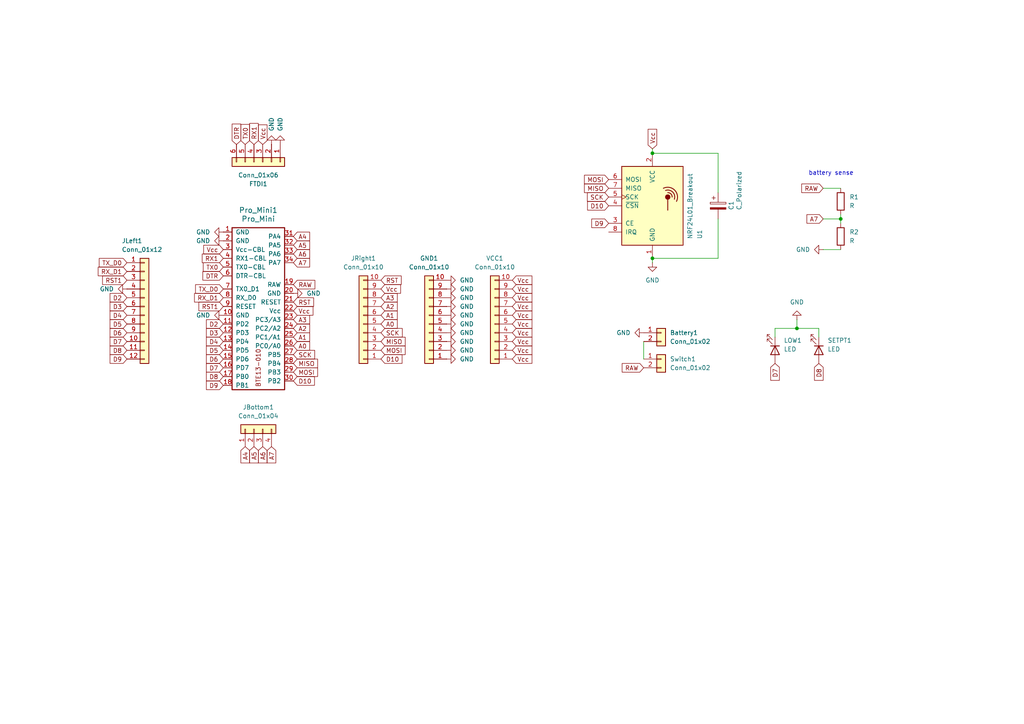
<source format=kicad_sch>
(kicad_sch (version 20231120) (generator "eeschema") (generator_version "8.0")
  (paper "A4")
  (lib_symbols
    (symbol "Connector_Generic:Conn_01x02" (pin_names (offset 1.016) hide)
      (property "Reference" "J" (at 0 2.54 0))
      (property "Value" "Conn_01x02" (at 0 -5.08 0))
      (symbol "Conn_01x02_1_1"
        (rectangle (start -1.27 -2.413) (end 0 -2.667) (stroke (width 0.1524)))
        (rectangle (start -1.27 0.127) (end 0 -0.127) (stroke (width 0.1524)))
        (rectangle (start -1.27 1.27) (end 1.27 -3.81) (stroke (width 0.254)) (fill (type background)))
        (pin passive line (at -5.08 0 0) (length 3.81) (name "Pin_1") (number "1"))
        (pin passive line (at -5.08 -2.54 0) (length 3.81) (name "Pin_2") (number "2"))
      )
    )
    (symbol "Connector_Generic:Conn_01x04" (pin_names (offset 1.016) hide)
      (property "Reference" "J" (at 0 5.08 0))
      (property "Value" "Conn_01x04" (at 0 -7.62 0))
      (symbol "Conn_01x04_1_1"
        (rectangle (start -1.27 -4.953) (end 0 -5.207) (stroke (width 0.1524)))
        (rectangle (start -1.27 -2.413) (end 0 -2.667) (stroke (width 0.1524)))
        (rectangle (start -1.27 0.127) (end 0 -0.127) (stroke (width 0.1524)))
        (rectangle (start -1.27 2.667) (end 0 2.413) (stroke (width 0.1524)))
        (rectangle (start -1.27 3.81) (end 1.27 -6.35) (stroke (width 0.254)) (fill (type background)))
        (pin passive line (at -5.08 2.54 0) (length 3.81) (name "Pin_1") (number "1"))
        (pin passive line (at -5.08 0 0) (length 3.81) (name "Pin_2") (number "2"))
        (pin passive line (at -5.08 -2.54 0) (length 3.81) (name "Pin_3") (number "3"))
        (pin passive line (at -5.08 -5.08 0) (length 3.81) (name "Pin_4") (number "4"))
      )
    )
    (symbol "Connector_Generic:Conn_01x06" (pin_names (offset 1.016) hide)
      (property "Reference" "J" (at 0 7.62 0))
      (property "Value" "Conn_01x06" (at 0 -10.16 0))
      (symbol "Conn_01x06_1_1"
        (rectangle (start -1.27 -7.493) (end 0 -7.747) (stroke (width 0.1524)))
        (rectangle (start -1.27 -4.953) (end 0 -5.207) (stroke (width 0.1524)))
        (rectangle (start -1.27 -2.413) (end 0 -2.667) (stroke (width 0.1524)))
        (rectangle (start -1.27 0.127) (end 0 -0.127) (stroke (width 0.1524)))
        (rectangle (start -1.27 2.667) (end 0 2.413) (stroke (width 0.1524)))
        (rectangle (start -1.27 5.207) (end 0 4.953) (stroke (width 0.1524)))
        (rectangle (start -1.27 6.35) (end 1.27 -8.89) (stroke (width 0.254)) (fill (type background)))
        (pin passive line (at -5.08 5.08 0) (length 3.81) (name "Pin_1") (number "1"))
        (pin passive line (at -5.08 2.54 0) (length 3.81) (name "Pin_2") (number "2"))
        (pin passive line (at -5.08 0 0) (length 3.81) (name "Pin_3") (number "3"))
        (pin passive line (at -5.08 -2.54 0) (length 3.81) (name "Pin_4") (number "4"))
        (pin passive line (at -5.08 -5.08 0) (length 3.81) (name "Pin_5") (number "5"))
        (pin passive line (at -5.08 -7.62 0) (length 3.81) (name "Pin_6") (number "6"))
      )
    )
    (symbol "Connector_Generic:Conn_01x10" (pin_names (offset 1.016) hide)
      (property "Reference" "J" (at 0 12.7 0))
      (property "Value" "Conn_01x10" (at 0 -15.24 0))
      (symbol "Conn_01x10_1_1"
        (rectangle (start -1.27 -12.573) (end 0 -12.827) (stroke (width 0.1524)))
        (rectangle (start -1.27 -10.033) (end 0 -10.287) (stroke (width 0.1524)))
        (rectangle (start -1.27 -7.493) (end 0 -7.747) (stroke (width 0.1524)))
        (rectangle (start -1.27 -4.953) (end 0 -5.207) (stroke (width 0.1524)))
        (rectangle (start -1.27 -2.413) (end 0 -2.667) (stroke (width 0.1524)))
        (rectangle (start -1.27 0.127) (end 0 -0.127) (stroke (width 0.1524)))
        (rectangle (start -1.27 2.667) (end 0 2.413) (stroke (width 0.1524)))
        (rectangle (start -1.27 5.207) (end 0 4.953) (stroke (width 0.1524)))
        (rectangle (start -1.27 7.747) (end 0 7.493) (stroke (width 0.1524)))
        (rectangle (start -1.27 10.287) (end 0 10.033) (stroke (width 0.1524)))
        (rectangle (start -1.27 11.43) (end 1.27 -13.97) (stroke (width 0.254)) (fill (type background)))
        (pin passive line (at -5.08 10.16 0) (length 3.81) (name "Pin_1") (number "1"))
        (pin passive line (at -5.08 -12.7 0) (length 3.81) (name "Pin_10") (number "10"))
        (pin passive line (at -5.08 7.62 0) (length 3.81) (name "Pin_2") (number "2"))
        (pin passive line (at -5.08 5.08 0) (length 3.81) (name "Pin_3") (number "3"))
        (pin passive line (at -5.08 2.54 0) (length 3.81) (name "Pin_4") (number "4"))
        (pin passive line (at -5.08 0 0) (length 3.81) (name "Pin_5") (number "5"))
        (pin passive line (at -5.08 -2.54 0) (length 3.81) (name "Pin_6") (number "6"))
        (pin passive line (at -5.08 -5.08 0) (length 3.81) (name "Pin_7") (number "7"))
        (pin passive line (at -5.08 -7.62 0) (length 3.81) (name "Pin_8") (number "8"))
        (pin passive line (at -5.08 -10.16 0) (length 3.81) (name "Pin_9") (number "9"))
      )
    )
    (symbol "Connector_Generic:Conn_01x12" (pin_names (offset 1.016) hide)
      (property "Reference" "J" (at 0 15.24 0))
      (property "Value" "Conn_01x12" (at 0 -17.78 0))
      (symbol "Conn_01x12_1_1"
        (rectangle (start -1.27 -15.113) (end 0 -15.367) (stroke (width 0.1524)))
        (rectangle (start -1.27 -12.573) (end 0 -12.827) (stroke (width 0.1524)))
        (rectangle (start -1.27 -10.033) (end 0 -10.287) (stroke (width 0.1524)))
        (rectangle (start -1.27 -7.493) (end 0 -7.747) (stroke (width 0.1524)))
        (rectangle (start -1.27 -4.953) (end 0 -5.207) (stroke (width 0.1524)))
        (rectangle (start -1.27 -2.413) (end 0 -2.667) (stroke (width 0.1524)))
        (rectangle (start -1.27 0.127) (end 0 -0.127) (stroke (width 0.1524)))
        (rectangle (start -1.27 2.667) (end 0 2.413) (stroke (width 0.1524)))
        (rectangle (start -1.27 5.207) (end 0 4.953) (stroke (width 0.1524)))
        (rectangle (start -1.27 7.747) (end 0 7.493) (stroke (width 0.1524)))
        (rectangle (start -1.27 10.287) (end 0 10.033) (stroke (width 0.1524)))
        (rectangle (start -1.27 12.827) (end 0 12.573) (stroke (width 0.1524)))
        (rectangle (start -1.27 13.97) (end 1.27 -16.51) (stroke (width 0.254)) (fill (type background)))
        (pin passive line (at -5.08 12.7 0) (length 3.81) (name "Pin_1") (number "1"))
        (pin passive line (at -5.08 -10.16 0) (length 3.81) (name "Pin_10") (number "10"))
        (pin passive line (at -5.08 -12.7 0) (length 3.81) (name "Pin_11") (number "11"))
        (pin passive line (at -5.08 -15.24 0) (length 3.81) (name "Pin_12") (number "12"))
        (pin passive line (at -5.08 10.16 0) (length 3.81) (name "Pin_2") (number "2"))
        (pin passive line (at -5.08 7.62 0) (length 3.81) (name "Pin_3") (number "3"))
        (pin passive line (at -5.08 5.08 0) (length 3.81) (name "Pin_4") (number "4"))
        (pin passive line (at -5.08 2.54 0) (length 3.81) (name "Pin_5") (number "5"))
        (pin passive line (at -5.08 0 0) (length 3.81) (name "Pin_6") (number "6"))
        (pin passive line (at -5.08 -2.54 0) (length 3.81) (name "Pin_7") (number "7"))
        (pin passive line (at -5.08 -5.08 0) (length 3.81) (name "Pin_8") (number "8"))
        (pin passive line (at -5.08 -7.62 0) (length 3.81) (name "Pin_9") (number "9"))
      )
    )
    (symbol "Device:C_Polarized" (pin_numbers hide) (pin_names (offset 0.254))
      (property "Reference" "C" (at 0.635 2.54 0))
      (property "Value" "C_Polarized" (at 0.635 -2.54 0))
      (symbol "C_Polarized_0_1"
        (rectangle (start -2.286 0.508) (end 2.286 1.016))
        (polyline (pts (xy -1.778 2.286) (xy -0.762 2.286)))
        (polyline (pts (xy -1.27 2.794) (xy -1.27 1.778)))
        (rectangle (start 2.286 -0.508) (end -2.286 -1.016) (fill (type outline)))
      )
      (symbol "C_Polarized_1_1"
        (pin passive line (at 0 3.81 270) (length 2.794) (name "~") (number "1"))
        (pin passive line (at 0 -3.81 90) (length 2.794) (name "~") (number "2"))
      )
    )
    (symbol "Device:LED" (pin_numbers hide) (pin_names (offset 1.016) hide)
      (property "Reference" "D" (at 0 2.54 0))
      (property "Value" "LED" (at 0 -2.54 0))
      (symbol "LED_0_1"
        (polyline (pts (xy -1.27 -1.27) (xy -1.27 1.27)) (stroke (width 0.254)))
        (polyline (pts (xy -1.27 0) (xy 1.27 0)))
        (polyline (pts (xy 1.27 -1.27) (xy 1.27 1.27) (xy -1.27 0) (xy 1.27 -1.27)) (stroke (width 0.254)))
        (polyline (pts (xy -3.048 -0.762) (xy -4.572 -2.286) (xy -3.81 -2.286) (xy -4.572 -2.286) (xy -4.572 -1.524)))
        (polyline (pts (xy -1.778 -0.762) (xy -3.302 -2.286) (xy -2.54 -2.286) (xy -3.302 -2.286) (xy -3.302 -1.524)))
      )
      (symbol "LED_1_1"
        (pin passive line (at -3.81 0 0) (length 2.54) (name "K") (number "1"))
        (pin passive line (at 3.81 0 180) (length 2.54) (name "A") (number "2"))
      )
    )
    (symbol "Device:R" (pin_numbers hide) (pin_names (offset 0))
      (property "Reference" "R" (at 2.032 0 90))
      (property "Value" "R" (at 0 0 90))
      (symbol "R_0_1"
        (rectangle (start -1.016 -2.54) (end 1.016 2.54) (stroke (width 0.254)))
      )
      (symbol "R_1_1"
        (pin passive line (at 0 3.81 270) (length 1.27) (name "~") (number "1"))
        (pin passive line (at 0 -3.81 90) (length 1.27) (name "~") (number "2"))
      )
    )
    (symbol "RF:NRF24L01_Breakout" (pin_names (offset 1.016))
      (property "Reference" "U" (at -8.89 12.7 0))
      (property "Value" "NRF24L01_Breakout" (at 3.81 12.7 0))
      (symbol "NRF24L01_Breakout_0_1"
        (rectangle (start -8.89 11.43) (end 8.89 -11.43) (stroke (width 0.254)) (fill (type background)))
        (polyline (pts (xy 4.445 1.905) (xy 4.445 -1.27)) (stroke (width 0.254)))
        (circle (center 4.445 2.54) (radius 0.635) (stroke (width 0.254)) (fill (type outline)))
        (arc (start 5.715 2.54) (mid 5.3521 3.4546) (end 4.445 3.81) (stroke (width 0.254)))
        (arc (start 6.35 1.905) (mid 5.8763 3.9854) (end 3.81 4.445) (stroke (width 0.254)))
        (arc (start 6.985 1.27) (mid 6.453 4.548) (end 3.175 5.08) (stroke (width 0.254)))
      )
      (symbol "NRF24L01_Breakout_1_1"
        (pin power_in line (at 0 -15.24 90) (length 3.81) (name "GND") (number "1"))
        (pin power_in line (at 0 15.24 270) (length 3.81) (name "VCC") (number "2"))
        (pin input line (at -12.7 -5.08 0) (length 3.81) (name "CE") (number "3"))
        (pin input line (at -12.7 0 0) (length 3.81) (name "~{CSN}") (number "4"))
        (pin input clock (at -12.7 2.54 0) (length 3.81) (name "SCK") (number "5"))
        (pin input line (at -12.7 7.62 0) (length 3.81) (name "MOSI") (number "6"))
        (pin output line (at -12.7 5.08 0) (length 3.81) (name "MISO") (number "7"))
        (pin output line (at -12.7 -7.62 0) (length 3.81) (name "IRQ") (number "8"))
      )
    )
    (symbol "j_ProcessorBoards:Pro_Mini" (pin_names (offset 1.016))
      (property "Reference" "Pro_Mini" (at -12.7 -8.89 0))
      (property "Value" "Pro_Mini" (at -15.24 -58.42 0))
      (symbol "Pro_Mini_0_1"
        (rectangle (start -22.86 -10.16) (end -7.62 -57.15) (stroke (width 0.3048)))
      )
      (symbol "Pro_Mini_1_0"
        (text "BTE13-010" (at -15.24 -50.8 900) (effects (font (size 1.27 1.27))))
      )
      (symbol "Pro_Mini_1_1"
        (pin input line (at -25.4 -11.43 0) (length 2.54) (name "GND") (number "1"))
        (pin input line (at -25.4 -35.56 0) (length 2.54) (name "GND") (number "10"))
        (pin bidirectional line (at -25.4 -38.1 0) (length 2.54) (name "PD2") (number "11"))
        (pin bidirectional line (at -25.4 -40.64 0) (length 2.54) (name "PD3") (number "12"))
        (pin bidirectional line (at -25.4 -43.18 0) (length 2.54) (name "PD4") (number "13"))
        (pin bidirectional line (at -25.4 -45.72 0) (length 2.54) (name "PD5") (number "14"))
        (pin bidirectional line (at -25.4 -48.26 0) (length 2.54) (name "PD6") (number "15"))
        (pin bidirectional line (at -25.4 -50.8 0) (length 2.54) (name "PD7") (number "16"))
        (pin bidirectional line (at -25.4 -53.34 0) (length 2.54) (name "PB0") (number "17"))
        (pin bidirectional line (at -25.4 -55.88 0) (length 2.54) (name "PB1") (number "18"))
        (pin input line (at -5.08 -26.67 180) (length 2.54) (name "RAW") (number "19"))
        (pin input line (at -25.4 -13.97 0) (length 2.54) (name "GND") (number "2"))
        (pin input line (at -5.08 -29.21 180) (length 2.54) (name "GND") (number "20"))
        (pin input line (at -5.08 -31.75 180) (length 2.54) (name "RESET") (number "21"))
        (pin input line (at -5.08 -34.29 180) (length 2.54) (name "Vcc") (number "22"))
        (pin bidirectional line (at -5.08 -36.83 180) (length 2.54) (name "PC3/A3") (number "23"))
        (pin bidirectional line (at -5.08 -39.37 180) (length 2.54) (name "PC2/A2") (number "24"))
        (pin bidirectional line (at -5.08 -41.91 180) (length 2.54) (name "PC1/A1") (number "25"))
        (pin bidirectional line (at -5.08 -44.45 180) (length 2.54) (name "PC0/A0") (number "26"))
        (pin bidirectional line (at -5.08 -46.99 180) (length 2.54) (name "PB5") (number "27"))
        (pin bidirectional line (at -5.08 -49.53 180) (length 2.54) (name "PB4") (number "28"))
        (pin bidirectional line (at -5.08 -52.07 180) (length 2.54) (name "PB3") (number "29"))
        (pin power_in line (at -25.4 -16.51 0) (length 2.54) (name "Vcc-CBL") (number "3"))
        (pin bidirectional line (at -5.08 -54.61 180) (length 2.54) (name "PB2") (number "30"))
        (pin bidirectional line (at -5.08 -12.7 180) (length 2.54) (name "PA4") (number "31"))
        (pin bidirectional line (at -5.08 -15.24 180) (length 2.54) (name "PA5") (number "32"))
        (pin bidirectional line (at -5.08 -17.78 180) (length 2.54) (name "PA6") (number "33"))
        (pin bidirectional line (at -5.08 -20.32 180) (length 2.54) (name "PA7") (number "34"))
        (pin bidirectional line (at -25.4 -19.05 0) (length 2.54) (name "RX1-CBL") (number "4"))
        (pin bidirectional line (at -25.4 -21.59 0) (length 2.54) (name "TX0-CBL") (number "5"))
        (pin bidirectional line (at -25.4 -24.13 0) (length 2.54) (name "DTR-CBL") (number "6"))
        (pin bidirectional line (at -25.4 -27.94 0) (length 2.54) (name "TX0_D1") (number "7"))
        (pin bidirectional line (at -25.4 -30.48 0) (length 2.54) (name "RX_D0") (number "8"))
        (pin input line (at -25.4 -33.02 0) (length 2.54) (name "RESET") (number "9"))
      )
    )
    (symbol "power:GND" (power) (pin_numbers hide) (pin_names (offset 0) hide)
      (property "Value" "GND" (at 0 -3.81 0))
      (symbol "GND_0_1"
        (polyline (pts (xy 0 0) (xy 0 -1.27) (xy 1.27 -1.27) (xy 0 -2.54) (xy -1.27 -1.27) (xy 0 -1.27)))
      )
      (symbol "GND_1_1"
        (pin power_in line (at 0 0 270) (length 0) (name "~") (number "1"))
      )
    )
  )
  (junction (at 189.23 74.93))
  (junction (at 189.23 44.45))
  (junction (at 231.14 95.25))
  (junction (at 243.84 63.5))
  (wire (pts (xy 231.14 95.25) (xy 224.79 95.25)))
  (wire (pts (xy 238.76 54.61) (xy 243.84 54.61)))
  (wire (pts (xy 189.23 43.18) (xy 189.23 44.45)))
  (wire (pts (xy 186.69 99.06) (xy 186.69 104.14)))
  (wire (pts (xy 231.14 92.71) (xy 231.14 95.25)))
  (wire (pts (xy 189.23 76.2) (xy 189.23 74.93)))
  (wire (pts (xy 208.28 74.93) (xy 189.23 74.93)))
  (wire (pts (xy 208.28 63.5) (xy 208.28 74.93)))
  (wire (pts (xy 238.76 72.39) (xy 243.84 72.39)))
  (wire (pts (xy 243.84 63.5) (xy 243.84 62.23)))
  (wire (pts (xy 208.28 44.45) (xy 208.28 55.88)))
  (wire (pts (xy 238.76 63.5) (xy 243.84 63.5)))
  (wire (pts (xy 189.23 44.45) (xy 208.28 44.45)))
  (wire (pts (xy 224.79 95.25) (xy 224.79 97.79)))
  (wire (pts (xy 237.49 95.25) (xy 231.14 95.25)))
  (wire (pts (xy 237.49 97.79) (xy 237.49 95.25)))
  (wire (pts (xy 243.84 64.77) (xy 243.84 63.5)))
  (text "battery sense" (at 241.046 50.292 0) (effects (font (size 1.27 1.27))))
  (global_label "RAW" (shape input) (at 85.09 82.55 0) (property "Intersheetrefs" "${INTERSHEET_REFS}" (effects (hide yes))))
  (global_label "MOSI" (shape input) (at 176.53 52.07 180) (property "Intersheetrefs" "${INTERSHEET_REFS}" (effects (hide yes))))
  (global_label "SCK" (shape input) (at 110.49 96.52 0) (property "Intersheetrefs" "${INTERSHEET_REFS}" (effects (hide yes))))
  (global_label "MOSI" (shape input) (at 110.49 101.6 0) (property "Intersheetrefs" "${INTERSHEET_REFS}" (effects (hide yes))))
  (global_label "D7" (shape input) (at 224.79 105.41 270) (property "Intersheetrefs" "${INTERSHEET_REFS}" (effects (hide yes))))
  (global_label "D8" (shape input) (at 36.83 101.6 180) (property "Intersheetrefs" "${INTERSHEET_REFS}" (effects (hide yes))))
  (global_label "A2" (shape input) (at 85.09 95.25 0) (property "Intersheetrefs" "${INTERSHEET_REFS}" (effects (hide yes))))
  (global_label "A0" (shape input) (at 110.49 93.98 0) (property "Intersheetrefs" "${INTERSHEET_REFS}" (effects (hide yes))))
  (global_label "TX0" (shape input) (at 64.77 77.47 180) (property "Intersheetrefs" "${INTERSHEET_REFS}" (effects (hide yes))))
  (global_label "RX1" (shape input) (at 73.66 41.91 90) (property "Intersheetrefs" "${INTERSHEET_REFS}" (effects (hide yes))))
  (global_label "A7" (shape input) (at 238.76 63.5 180) (property "Intersheetrefs" "${INTERSHEET_REFS}" (effects (hide yes))))
  (global_label "D10" (shape input) (at 110.49 104.14 0) (property "Intersheetrefs" "${INTERSHEET_REFS}" (effects (hide yes))))
  (global_label "D7" (shape input) (at 64.77 106.68 180) (property "Intersheetrefs" "${INTERSHEET_REFS}" (effects (hide yes))))
  (global_label "A3" (shape input) (at 110.49 86.36 0) (property "Intersheetrefs" "${INTERSHEET_REFS}" (effects (hide yes))))
  (global_label "RST1" (shape input) (at 36.83 81.28 180) (property "Intersheetrefs" "${INTERSHEET_REFS}" (effects (hide yes))))
  (global_label "Vcc" (shape input) (at 148.59 88.9 0) (property "Intersheetrefs" "${INTERSHEET_REFS}" (effects (hide yes))))
  (global_label "Vcc" (shape input) (at 148.59 99.06 0) (property "Intersheetrefs" "${INTERSHEET_REFS}" (effects (hide yes))))
  (global_label "A5" (shape input) (at 85.09 71.12 0) (property "Intersheetrefs" "${INTERSHEET_REFS}" (effects (hide yes))))
  (global_label "A4" (shape input) (at 85.09 68.58 0) (property "Intersheetrefs" "${INTERSHEET_REFS}" (effects (hide yes))))
  (global_label "DTR" (shape input) (at 64.77 80.01 180) (property "Intersheetrefs" "${INTERSHEET_REFS}" (effects (hide yes))))
  (global_label "Vcc" (shape input) (at 64.77 72.39 180) (property "Intersheetrefs" "${INTERSHEET_REFS}" (effects (hide yes))))
  (global_label "Vcc" (shape input) (at 85.09 90.17 0) (property "Intersheetrefs" "${INTERSHEET_REFS}" (effects (hide yes))))
  (global_label "MISO" (shape input) (at 176.53 54.61 180) (property "Intersheetrefs" "${INTERSHEET_REFS}" (effects (hide yes))))
  (global_label "RX_D1" (shape input) (at 36.83 78.74 180) (property "Intersheetrefs" "${INTERSHEET_REFS}" (effects (hide yes))))
  (global_label "RST1" (shape input) (at 64.77 88.9 180) (property "Intersheetrefs" "${INTERSHEET_REFS}" (effects (hide yes))))
  (global_label "Vcc" (shape input) (at 148.59 104.14 0) (property "Intersheetrefs" "${INTERSHEET_REFS}" (effects (hide yes))))
  (global_label "D2" (shape input) (at 64.77 93.98 180) (property "Intersheetrefs" "${INTERSHEET_REFS}" (effects (hide yes))))
  (global_label "A4" (shape input) (at 71.12 129.54 270) (property "Intersheetrefs" "${INTERSHEET_REFS}" (effects (hide yes))))
  (global_label "D3" (shape input) (at 64.77 96.52 180) (property "Intersheetrefs" "${INTERSHEET_REFS}" (effects (hide yes))))
  (global_label "D8" (shape input) (at 64.77 109.22 180) (property "Intersheetrefs" "${INTERSHEET_REFS}" (effects (hide yes))))
  (global_label "TX_D0" (shape input) (at 36.83 76.2 180) (property "Intersheetrefs" "${INTERSHEET_REFS}" (effects (hide yes))))
  (global_label "SCK" (shape input) (at 176.53 57.15 180) (property "Intersheetrefs" "${INTERSHEET_REFS}" (effects (hide yes))))
  (global_label "Vcc" (shape input) (at 148.59 96.52 0) (property "Intersheetrefs" "${INTERSHEET_REFS}" (effects (hide yes))))
  (global_label "RST" (shape input) (at 85.09 87.63 0) (property "Intersheetrefs" "${INTERSHEET_REFS}" (effects (hide yes))))
  (global_label "TX0" (shape input) (at 71.12 41.91 90) (property "Intersheetrefs" "${INTERSHEET_REFS}" (effects (hide yes))))
  (global_label "D4" (shape input) (at 36.83 91.44 180) (property "Intersheetrefs" "${INTERSHEET_REFS}" (effects (hide yes))))
  (global_label "D8" (shape input) (at 237.49 105.41 270) (property "Intersheetrefs" "${INTERSHEET_REFS}" (effects (hide yes))))
  (global_label "Vcc" (shape input) (at 148.59 91.44 0) (property "Intersheetrefs" "${INTERSHEET_REFS}" (effects (hide yes))))
  (global_label "Vcc" (shape input) (at 148.59 83.82 0) (property "Intersheetrefs" "${INTERSHEET_REFS}" (effects (hide yes))))
  (global_label "D3" (shape input) (at 36.83 88.9 180) (property "Intersheetrefs" "${INTERSHEET_REFS}" (effects (hide yes))))
  (global_label "Vcc" (shape input) (at 148.59 93.98 0) (property "Intersheetrefs" "${INTERSHEET_REFS}" (effects (hide yes))))
  (global_label "RAW" (shape input) (at 238.76 54.61 180) (property "Intersheetrefs" "${INTERSHEET_REFS}" (effects (hide yes))))
  (global_label "Vcc" (shape input) (at 148.59 81.28 0) (property "Intersheetrefs" "${INTERSHEET_REFS}" (effects (hide yes))))
  (global_label "MISO" (shape input) (at 110.49 99.06 0) (property "Intersheetrefs" "${INTERSHEET_REFS}" (effects (hide yes))))
  (global_label "RAW" (shape input) (at 186.69 106.68 180) (property "Intersheetrefs" "${INTERSHEET_REFS}" (effects (hide yes))))
  (global_label "A6" (shape input) (at 76.2 129.54 270) (property "Intersheetrefs" "${INTERSHEET_REFS}" (effects (hide yes))))
  (global_label "DTR" (shape input) (at 68.58 41.91 90) (property "Intersheetrefs" "${INTERSHEET_REFS}" (effects (hide yes))))
  (global_label "A2" (shape input) (at 110.49 88.9 0) (property "Intersheetrefs" "${INTERSHEET_REFS}" (effects (hide yes))))
  (global_label "Vcc" (shape input) (at 76.2 41.91 90) (property "Intersheetrefs" "${INTERSHEET_REFS}" (effects (hide yes))))
  (global_label "A1" (shape input) (at 110.49 91.44 0) (property "Intersheetrefs" "${INTERSHEET_REFS}" (effects (hide yes))))
  (global_label "D9" (shape input) (at 36.83 104.14 180) (property "Intersheetrefs" "${INTERSHEET_REFS}" (effects (hide yes))))
  (global_label "SCK" (shape input) (at 85.09 102.87 0) (property "Intersheetrefs" "${INTERSHEET_REFS}" (effects (hide yes))))
  (global_label "D9" (shape input) (at 176.53 64.77 180) (property "Intersheetrefs" "${INTERSHEET_REFS}" (effects (hide yes))))
  (global_label "D4" (shape input) (at 64.77 99.06 180) (property "Intersheetrefs" "${INTERSHEET_REFS}" (effects (hide yes))))
  (global_label "A7" (shape input) (at 85.09 76.2 0) (property "Intersheetrefs" "${INTERSHEET_REFS}" (effects (hide yes))))
  (global_label "D10" (shape input) (at 176.53 59.69 180) (property "Intersheetrefs" "${INTERSHEET_REFS}" (effects (hide yes))))
  (global_label "A3" (shape input) (at 85.09 92.71 0) (property "Intersheetrefs" "${INTERSHEET_REFS}" (effects (hide yes))))
  (global_label "Vcc" (shape input) (at 148.59 86.36 0) (property "Intersheetrefs" "${INTERSHEET_REFS}" (effects (hide yes))))
  (global_label "D6" (shape input) (at 64.77 104.14 180) (property "Intersheetrefs" "${INTERSHEET_REFS}" (effects (hide yes))))
  (global_label "D5" (shape input) (at 36.83 93.98 180) (property "Intersheetrefs" "${INTERSHEET_REFS}" (effects (hide yes))))
  (global_label "D9" (shape input) (at 64.77 111.76 180) (property "Intersheetrefs" "${INTERSHEET_REFS}" (effects (hide yes))))
  (global_label "A1" (shape input) (at 85.09 97.79 0) (property "Intersheetrefs" "${INTERSHEET_REFS}" (effects (hide yes))))
  (global_label "A0" (shape input) (at 85.09 100.33 0) (property "Intersheetrefs" "${INTERSHEET_REFS}" (effects (hide yes))))
  (global_label "A7" (shape input) (at 78.74 129.54 270) (property "Intersheetrefs" "${INTERSHEET_REFS}" (effects (hide yes))))
  (global_label "MISO" (shape input) (at 85.09 105.41 0) (property "Intersheetrefs" "${INTERSHEET_REFS}" (effects (hide yes))))
  (global_label "D7" (shape input) (at 36.83 99.06 180) (property "Intersheetrefs" "${INTERSHEET_REFS}" (effects (hide yes))))
  (global_label "A5" (shape input) (at 73.66 129.54 270) (property "Intersheetrefs" "${INTERSHEET_REFS}" (effects (hide yes))))
  (global_label "D2" (shape input) (at 36.83 86.36 180) (property "Intersheetrefs" "${INTERSHEET_REFS}" (effects (hide yes))))
  (global_label "D10" (shape input) (at 85.09 110.49 0) (property "Intersheetrefs" "${INTERSHEET_REFS}" (effects (hide yes))))
  (global_label "TX_D0" (shape input) (at 64.77 83.82 180) (property "Intersheetrefs" "${INTERSHEET_REFS}" (effects (hide yes))))
  (global_label "A6" (shape input) (at 85.09 73.66 0) (property "Intersheetrefs" "${INTERSHEET_REFS}" (effects (hide yes))))
  (global_label "RX_D1" (shape input) (at 64.77 86.36 180) (property "Intersheetrefs" "${INTERSHEET_REFS}" (effects (hide yes))))
  (global_label "Vcc" (shape input) (at 110.49 83.82 0) (property "Intersheetrefs" "${INTERSHEET_REFS}" (effects (hide yes))))
  (global_label "RST" (shape input) (at 110.49 81.28 0) (property "Intersheetrefs" "${INTERSHEET_REFS}" (effects (hide yes))))
  (global_label "D5" (shape input) (at 64.77 101.6 180) (property "Intersheetrefs" "${INTERSHEET_REFS}" (effects (hide yes))))
  (global_label "RX1" (shape input) (at 64.77 74.93 180) (property "Intersheetrefs" "${INTERSHEET_REFS}" (effects (hide yes))))
  (global_label "D6" (shape input) (at 36.83 96.52 180) (property "Intersheetrefs" "${INTERSHEET_REFS}" (effects (hide yes))))
  (global_label "MOSI" (shape input) (at 85.09 107.95 0) (property "Intersheetrefs" "${INTERSHEET_REFS}" (effects (hide yes))))
  (global_label "Vcc" (shape input) (at 148.59 101.6 0) (property "Intersheetrefs" "${INTERSHEET_REFS}" (effects (hide yes))))
  (global_label "Vcc" (shape input) (at 189.23 43.18 90) (property "Intersheetrefs" "${INTERSHEET_REFS}" (effects (hide yes))))
  (symbol (lib_id "power:GND") (at 238.76 72.39 270) (unit 1)
    (property "Reference" "#PWR010" (effects (hide yes)))
    (property "Value" "GND" (at 234.95 72.3899 90) (effects (justify right)))
    (property "Description" "Power symbol creates a global label with name \"GND\" , ground" (effects (hide yes)))
  )
  (symbol (lib_id "Device:R") (at 243.84 58.42 0) (unit 1)
    (property "Reference" "R1" (at 246.38 57.1499 0) (effects (justify left)))
    (property "Value" "R" (at 246.38 59.6899 0) (effects (justify left)))
    (property "Footprint" "Resistor_THT:R_Axial_DIN0207_L6.3mm_D2.5mm_P10.16mm_Horizontal" (effects (hide yes)))
    (property "Description" "Resistor" (effects (hide yes)))
  )
  (symbol (lib_id "power:GND") (at 129.54 86.36 90) (unit 1)
    (property "Reference" "#PWR020" (effects (hide yes)))
    (property "Value" "GND" (at 133.35 86.3601 90) (effects (justify right)))
    (property "Description" "Power symbol creates a global label with name \"GND\" , ground" (effects (hide yes)))
  )
  (symbol (lib_id "power:GND") (at 129.54 96.52 90) (unit 1)
    (property "Reference" "#PWR016" (effects (hide yes)))
    (property "Value" "GND" (at 133.35 96.5201 90) (effects (justify right)))
    (property "Description" "Power symbol creates a global label with name \"GND\" , ground" (effects (hide yes)))
  )
  (symbol (lib_id "Device:LED") (at 237.49 101.6 270) (unit 1)
    (property "Reference" "SETPT1" (at 240.03 98.7424 90) (effects (justify left)))
    (property "Value" "LED" (at 240.03 101.2824 90) (effects (justify left)))
    (property "Footprint" "LED_THT:LED_D5.0mm" (effects (hide yes)))
    (property "Description" "Light emitting diode" (effects (hide yes)))
  )
  (symbol (lib_id "Connector_Generic:Conn_01x04") (at 73.66 124.46 90) (unit 1)
    (property "Reference" "JBottom1" (at 74.93 118.11 90))
    (property "Value" "Conn_01x04" (at 74.93 120.65 90))
    (property "Footprint" "Connector_PinHeader_2.54mm:PinHeader_1x04_P2.54mm_Vertical" (effects (hide yes)))
    (property "Description" "Generic connector, single row, 01x04, script generated (kicad-library-utils/schlib/autogen/connector/)" (effects (hide yes)))
  )
  (symbol (lib_id "power:GND") (at 129.54 101.6 90) (unit 1)
    (property "Reference" "#PWR014" (effects (hide yes)))
    (property "Value" "GND" (at 133.35 101.6001 90) (effects (justify right)))
    (property "Description" "Power symbol creates a global label with name \"GND\" , ground" (effects (hide yes)))
  )
  (symbol (lib_id "power:GND") (at 186.69 96.52 270) (unit 1)
    (property "Reference" "#PWR06" (effects (hide yes)))
    (property "Value" "GND" (at 182.88 96.5201 90) (effects (justify right)))
    (property "Description" "Power symbol creates a global label with name \"GND\" , ground" (effects (hide yes)))
  )
  (symbol (lib_id "Device:C_Polarized") (at 208.28 59.69 0) (unit 1)
    (property "Reference" "C1" (at 212.09 60.96 90) (effects (justify left)))
    (property "Value" "C_Polarized" (at 214.376 60.96 90) (effects (justify left)))
    (property "Footprint" "Capacitor_THT:C_Radial_D5.0mm_H11.0mm_P2.00mm" (effects (hide yes)))
    (property "Description" "Polarized capacitor" (effects (hide yes)))
  )
  (symbol (lib_id "power:GND") (at 64.77 91.44 270) (unit 1)
    (property "Reference" "#PWR05" (effects (hide yes)))
    (property "Value" "GND" (at 60.96 91.4399 90) (effects (justify right)))
    (property "Description" "Power symbol creates a global label with name \"GND\" , ground" (effects (hide yes)))
  )
  (symbol (lib_id "power:GND") (at 189.23 76.2 0) (unit 1)
    (property "Reference" "#PWR01" (effects (hide yes)))
    (property "Value" "GND" (at 189.23 81.28 0))
    (property "Description" "Power symbol creates a global label with name \"GND\" , ground" (effects (hide yes)))
  )
  (symbol (lib_id "Connector_Generic:Conn_01x10") (at 124.46 93.98 180) (unit 1)
    (property "Reference" "GND1" (at 124.46 74.93 0))
    (property "Value" "Conn_01x10" (at 124.46 77.47 0))
    (property "Footprint" "Connector_PinHeader_2.54mm:PinHeader_1x10_P2.54mm_Vertical" (effects (hide yes)))
    (property "Description" "Generic connector, single row, 01x10, script generated (kicad-library-utils/schlib/autogen/connector/)" (effects (hide yes)))
  )
  (symbol (lib_id "power:GND") (at 129.54 104.14 90) (unit 1)
    (property "Reference" "#PWR013" (effects (hide yes)))
    (property "Value" "GND" (at 133.35 104.1401 90) (effects (justify right)))
    (property "Description" "Power symbol creates a global label with name \"GND\" , ground" (effects (hide yes)))
  )
  (symbol (lib_id "power:GND") (at 78.74 41.91 180) (unit 1)
    (property "Reference" "#PWR08" (effects (hide yes)))
    (property "Value" "GND" (at 78.7401 38.1 90) (effects (justify right)))
    (property "Description" "Power symbol creates a global label with name \"GND\" , ground" (effects (hide yes)))
  )
  (symbol (lib_id "power:GND") (at 129.54 93.98 90) (unit 1)
    (property "Reference" "#PWR017" (effects (hide yes)))
    (property "Value" "GND" (at 133.35 93.9801 90) (effects (justify right)))
    (property "Description" "Power symbol creates a global label with name \"GND\" , ground" (effects (hide yes)))
  )
  (symbol (lib_id "power:GND") (at 36.83 83.82 270) (unit 1)
    (property "Reference" "#PWR011" (effects (hide yes)))
    (property "Value" "GND" (at 33.02 83.8199 90) (effects (justify right)))
    (property "Description" "Power symbol creates a global label with name \"GND\" , ground" (effects (hide yes)))
  )
  (symbol (lib_id "Connector_Generic:Conn_01x02") (at 191.77 96.52 0) (unit 1)
    (property "Reference" "Battery1" (at 194.31 96.5199 0) (effects (justify left)))
    (property "Value" "Conn_01x02" (at 194.31 99.0599 0) (effects (justify left)))
    (property "Footprint" "Connector_PinHeader_2.54mm:PinHeader_1x02_P2.54mm_Vertical" (effects (hide yes)))
    (property "Description" "Generic connector, single row, 01x02, script generated (kicad-library-utils/schlib/autogen/connector/)" (effects (hide yes)))
  )
  (symbol (lib_id "Connector_Generic:Conn_01x10") (at 143.51 93.98 180) (unit 1)
    (property "Reference" "VCC1" (at 143.51 74.93 0))
    (property "Value" "Conn_01x10" (at 143.51 77.47 0))
    (property "Footprint" "Connector_PinHeader_2.54mm:PinHeader_1x10_P2.54mm_Vertical" (effects (hide yes)))
    (property "Description" "Generic connector, single row, 01x10, script generated (kicad-library-utils/schlib/autogen/connector/)" (effects (hide yes)))
  )
  (symbol (lib_id "Connector_Generic:Conn_01x12") (at 41.91 88.9 0) (unit 1)
    (property "Reference" "JLeft1" (at 35.306 69.85 0) (effects (justify left)))
    (property "Value" "Conn_01x12" (at 35.306 72.39 0) (effects (justify left)))
    (property "Footprint" "Connector_PinHeader_2.54mm:PinHeader_1x12_P2.54mm_Vertical" (effects (hide yes)))
    (property "Description" "Generic connector, single row, 01x12, script generated (kicad-library-utils/schlib/autogen/connector/)" (effects (hide yes)))
  )
  (symbol (lib_id "power:GND") (at 129.54 99.06 90) (unit 1)
    (property "Reference" "#PWR015" (effects (hide yes)))
    (property "Value" "GND" (at 133.35 99.0601 90) (effects (justify right)))
    (property "Description" "Power symbol creates a global label with name \"GND\" , ground" (effects (hide yes)))
  )
  (symbol (lib_id "Device:R") (at 243.84 68.58 0) (unit 1)
    (property "Reference" "R2" (at 246.38 67.3099 0) (effects (justify left)))
    (property "Value" "R" (at 246.38 69.8499 0) (effects (justify left)))
    (property "Footprint" "Resistor_THT:R_Axial_DIN0207_L6.3mm_D2.5mm_P10.16mm_Horizontal" (effects (hide yes)))
    (property "Description" "Resistor" (effects (hide yes)))
  )
  (symbol (lib_id "Connector_Generic:Conn_01x10") (at 105.41 93.98 180) (unit 1)
    (property "Reference" "JRight1" (at 105.41 74.93 0))
    (property "Value" "Conn_01x10" (at 105.41 77.47 0))
    (property "Footprint" "Connector_PinHeader_2.54mm:PinHeader_1x10_P2.54mm_Vertical" (effects (hide yes)))
    (property "Description" "Generic connector, single row, 01x10, script generated (kicad-library-utils/schlib/autogen/connector/)" (effects (hide yes)))
  )
  (symbol (lib_id "power:GND") (at 129.54 88.9 90) (unit 1)
    (property "Reference" "#PWR019" (effects (hide yes)))
    (property "Value" "GND" (at 133.35 88.9001 90) (effects (justify right)))
    (property "Description" "Power symbol creates a global label with name \"GND\" , ground" (effects (hide yes)))
  )
  (symbol (lib_id "power:GND") (at 64.77 67.31 270) (unit 1)
    (property "Reference" "#PWR02" (effects (hide yes)))
    (property "Value" "GND" (at 60.96 67.3099 90) (effects (justify right)))
    (property "Description" "Power symbol creates a global label with name \"GND\" , ground" (effects (hide yes)))
  )
  (symbol (lib_id "power:GND") (at 81.28 41.91 180) (unit 1)
    (property "Reference" "#PWR07" (effects (hide yes)))
    (property "Value" "GND" (at 81.2801 38.1 90) (effects (justify right)))
    (property "Description" "Power symbol creates a global label with name \"GND\" , ground" (effects (hide yes)))
  )
  (symbol (lib_id "power:GND") (at 129.54 91.44 90) (unit 1)
    (property "Reference" "#PWR018" (effects (hide yes)))
    (property "Value" "GND" (at 133.35 91.4401 90) (effects (justify right)))
    (property "Description" "Power symbol creates a global label with name \"GND\" , ground" (effects (hide yes)))
  )
  (symbol (lib_id "Device:LED") (at 224.79 101.6 270) (unit 1)
    (property "Reference" "LOW1" (at 227.33 98.7424 90) (effects (justify left)))
    (property "Value" "LED" (at 227.33 101.2824 90) (effects (justify left)))
    (property "Footprint" "LED_THT:LED_D5.0mm" (effects (hide yes)))
    (property "Description" "Light emitting diode" (effects (hide yes)))
  )
  (symbol (lib_id "power:GND") (at 85.09 85.09 90) (unit 1)
    (property "Reference" "#PWR04" (effects (hide yes)))
    (property "Value" "GND" (at 88.9 85.0899 90) (effects (justify right)))
    (property "Description" "Power symbol creates a global label with name \"GND\" , ground" (effects (hide yes)))
  )
  (symbol (lib_id "power:GND") (at 129.54 81.28 90) (unit 1)
    (property "Reference" "#PWR022" (effects (hide yes)))
    (property "Value" "GND" (at 133.35 81.2801 90) (effects (justify right)))
    (property "Description" "Power symbol creates a global label with name \"GND\" , ground" (effects (hide yes)))
  )
  (symbol (lib_id "power:GND") (at 231.14 92.71 180) (unit 1)
    (property "Reference" "#PWR09" (effects (hide yes)))
    (property "Value" "GND" (at 231.14 87.63 0))
    (property "Description" "Power symbol creates a global label with name \"GND\" , ground" (effects (hide yes)))
  )
  (symbol (lib_id "Connector_Generic:Conn_01x06") (at 76.2 46.99 270) (unit 1)
    (property "Reference" "FTDI1" (at 74.93 53.34 90))
    (property "Value" "Conn_01x06" (at 74.93 50.8 90))
    (property "Footprint" "Connector_PinHeader_2.54mm:PinHeader_1x06_P2.54mm_Vertical" (effects (hide yes)))
    (property "Description" "Generic connector, single row, 01x06, script generated (kicad-library-utils/schlib/autogen/connector/)" (effects (hide yes)))
  )
  (symbol (lib_id "power:GND") (at 129.54 83.82 90) (unit 1)
    (property "Reference" "#PWR021" (effects (hide yes)))
    (property "Value" "GND" (at 133.35 83.8201 90) (effects (justify right)))
    (property "Description" "Power symbol creates a global label with name \"GND\" , ground" (effects (hide yes)))
  )
  (symbol (lib_id "Connector_Generic:Conn_01x02") (at 191.77 104.14 0) (unit 1)
    (property "Reference" "Switch1" (at 194.31 104.1399 0) (effects (justify left)))
    (property "Value" "Conn_01x02" (at 194.31 106.6799 0) (effects (justify left)))
    (property "Footprint" "Connector_PinHeader_2.54mm:PinHeader_1x02_P2.54mm_Vertical" (effects (hide yes)))
    (property "Description" "Generic connector, single row, 01x02, script generated (kicad-library-utils/schlib/autogen/connector/)" (effects (hide yes)))
  )
  (symbol (lib_id "RF:NRF24L01_Breakout") (at 189.23 59.69 0) (unit 1)
    (property "Reference" "U1" (at 202.946 69.342 90) (effects (justify left)))
    (property "Value" "NRF24L01_Breakout" (at 200.152 69.342 90) (effects (justify left)))
    (property "Footprint" "RF_Module:nRF24L01_Breakout" (effects (hide yes)))
    (property "Datasheet" "http://www.nordicsemi.com/eng/content/download/2730/34105/file/nRF24L01_Product_Specification_v2_0.pdf" (effects (hide yes)))
    (property "Description" "Ultra low power 2.4GHz RF Transceiver, Carrier PCB" (effects (hide yes)))
  )
  (symbol (lib_id "j_ProcessorBoards:Pro_Mini") (at 90.17 55.88 0) (unit 1)
    (property "Reference" "Pro_Mini1" (at 74.93 60.96 0) (effects (font (size 1.524 1.524))))
    (property "Value" "Pro_Mini" (at 74.93 63.5 0) (effects (font (size 1.524 1.524))))
    (property "Footprint" "Pro_Mini:Pro_Mini_Universal" (effects (hide yes)))
    (property "Description" "BTE13 board.  Pin numbers:  top 1 to 6,  down left 7 - 18,  down right 19 to ...." (effects (hide yes)))
  )
  (symbol (lib_id "power:GND") (at 64.77 69.85 270) (unit 1)
    (property "Reference" "#PWR03" (effects (hide yes)))
    (property "Value" "GND" (at 60.96 69.8499 90) (effects (justify right)))
    (property "Description" "Power symbol creates a global label with name \"GND\" , ground" (effects (hide yes)))
  )
)
</source>
